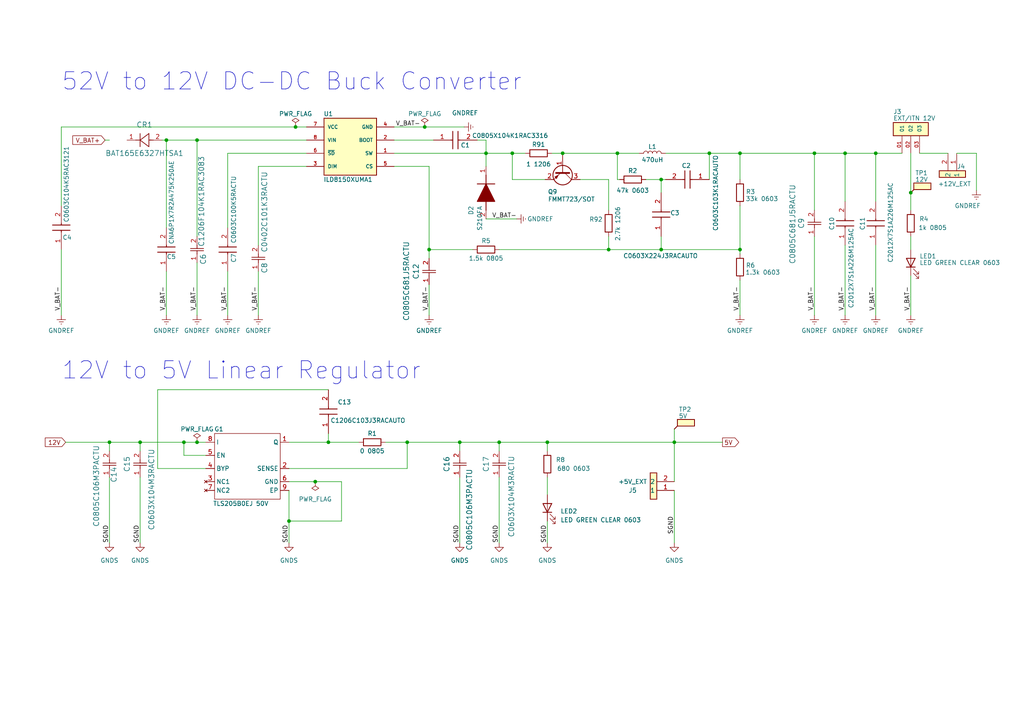
<source format=kicad_sch>
(kicad_sch (version 20231120) (generator "eeschema") (generator_version "8.0")
  (paper "A4")
  (lib_symbols
    (symbol "1725656:1725656"
      (property "Reference" "J5" (at -10.16 8.89 0))
      (property "Value" "+5V_EXT" (at -10.16 6.35 0))
      (symbol "1725656_1_1"
        (pin passive line (at 0 0 0) (length 5.08) (name "1") (number "1"))
        (pin passive line (at 0 -2.54 0) (length 5.08) (name "2") (number "2"))
      )
    )
    (symbol "1725656_1"
      (property "Reference" "J4" (at -10.16 8.89 0))
      (property "Value" "+12V_EXT" (at -10.16 6.35 0))
      (symbol "1725656_1_1_1"
        (pin passive line (at 0 0 0) (length 5.08) (name "1") (number "1"))
        (pin passive line (at 0 -2.54 0) (length 5.08) (name "2") (number "2"))
      )
    )
    (symbol "BAT165E6327HTSA1:BAT165E6327HTSA1" (pin_names (offset 0.254))
      (property "Reference" "CR" (at 5.08 4.445 0))
      (property "Value" "BAT165E6327HTSA1" (at 5.08 -3.81 0))
      (symbol "BAT165E6327HTSA1_1_1"
        (pin unspecified line (at 10.16 0 180) (length 2.54) (name "") (number "1"))
        (pin unspecified line (at 0 0 0) (length 2.54) (name "") (number "2"))
      )
      (symbol "BAT165E6327HTSA1_1_2"
        (pin unspecified line (at 0 10.16 270) (length 2.54) (name "") (number "1"))
        (pin unspecified line (at 0 0 90) (length 2.54) (name "") (number "2"))
      )
    )
    (symbol "C0603C100K5RACTU:C0603C100K5RACTU" (pin_names hide)
      (property "Reference" "C" (at 8.89 6.35 0))
      (property "Value" "C0603C100K5RACTU" (at 8.89 3.81 0))
      (symbol "C0603C100K5RACTU_1_1"
        (pin passive line (at 0 0 0) (length 5.08) (name "1") (number "1"))
        (pin passive line (at 12.7 0 180) (length 5.08) (name "2") (number "2"))
      )
    )
    (symbol "C0603C101K3RACAUTO:C0402C101K3RACTU" (pin_names (offset 0.254))
      (property "Reference" "C" (at 3.81 3.81 0))
      (property "Value" "C0402C101K3RACTU" (at 3.81 -3.81 0))
      (symbol "C0402C101K3RACTU_1_1"
        (pin unspecified line (at 0 0 0) (length 2.54) (name "") (number "1"))
        (pin unspecified line (at 7.62 0 180) (length 2.54) (name "") (number "2"))
      )
      (symbol "C0402C101K3RACTU_1_2"
        (pin unspecified line (at 0 0 270) (length 2.54) (name "") (number "1"))
        (pin unspecified line (at 0 -7.62 90) (length 2.54) (name "") (number "2"))
      )
    )
    (symbol "C0603C103K1RACAUTO:C0603C103K1RACAUTO" (pin_names hide)
      (property "Reference" "C" (at 8.89 6.35 0))
      (property "Value" "C0603C103K1RACAUTO" (at 8.89 3.81 0))
      (symbol "C0603C103K1RACAUTO_1_1"
        (pin passive line (at 0 0 0) (length 5.08) (name "1") (number "1"))
        (pin passive line (at 12.7 0 180) (length 5.08) (name "2") (number "2"))
      )
    )
    (symbol "C0603C104K5RAC3121:C0603C104K5RAC3121" (pin_names hide)
      (property "Reference" "C" (at 8.89 6.35 0))
      (property "Value" "C0603C104K5RAC3121" (at 8.89 3.81 0))
      (symbol "C0603C104K5RAC3121_1_1"
        (pin passive line (at 0 0 0) (length 5.08) (name "1") (number "1"))
        (pin passive line (at 12.7 0 180) (length 5.08) (name "2") (number "2"))
      )
    )
    (symbol "C0603X224J3RACAUTO:C0603X224J3RACAUTO" (pin_names hide)
      (property "Reference" "C" (at 8.89 6.35 0))
      (property "Value" "C0603X224J3RACAUTO" (at 8.89 3.81 0))
      (symbol "C0603X224J3RACAUTO_1_1"
        (pin passive line (at 0 0 0) (length 5.08) (name "1") (number "1"))
        (pin passive line (at 12.7 0 180) (length 5.08) (name "2") (number "2"))
      )
    )
    (symbol "C0805C106M3PAUTO:C0805C106M3PACTU" (pin_names (offset 0.254))
      (property "Reference" "C" (at 3.81 3.81 0))
      (property "Value" "C0805C106M3PACTU" (at 3.81 -3.81 0))
      (symbol "C0805C106M3PACTU_1_1"
        (pin unspecified line (at 0 0 0) (length 2.54) (name "") (number "1"))
        (pin unspecified line (at 7.62 0 180) (length 2.54) (name "") (number "2"))
      )
      (symbol "C0805C106M3PACTU_1_2"
        (pin unspecified line (at 0 0 270) (length 2.54) (name "") (number "1"))
        (pin unspecified line (at 0 -7.62 90) (length 2.54) (name "") (number "2"))
      )
    )
    (symbol "C0805X104K1RAC3316:C0805X104K1RAC3316" (pin_names hide)
      (property "Reference" "C" (at 8.89 6.35 0))
      (property "Value" "C0805X104K1RAC3316" (at 8.89 3.81 0))
      (symbol "C0805X104K1RAC3316_1_1"
        (pin passive line (at 0 0 0) (length 5.08) (name "1") (number "1"))
        (pin passive line (at 12.7 0 180) (length 5.08) (name "2") (number "2"))
      )
    )
    (symbol "C0805X475K3RAC7800:C0805C681J5RACTU" (pin_names (offset 0.254))
      (property "Reference" "C" (at 3.81 3.81 0))
      (property "Value" "C0805C681J5RACTU" (at 3.81 -3.81 0))
      (symbol "C0805C681J5RACTU_1_1"
        (pin unspecified line (at 0 0 0) (length 2.54) (name "") (number "1"))
        (pin unspecified line (at 7.62 0 180) (length 2.54) (name "") (number "2"))
      )
      (symbol "C0805C681J5RACTU_1_2"
        (pin unspecified line (at 0 0 270) (length 2.54) (name "") (number "1"))
        (pin unspecified line (at 0 -7.62 90) (length 2.54) (name "") (number "2"))
      )
    )
    (symbol "C1206C103J3RACAUTO:C1206C103J3RACAUTO" (pin_names hide)
      (property "Reference" "C" (at 8.89 6.35 0))
      (property "Value" "C1206C103J3RACAUTO" (at 8.89 3.81 0))
      (symbol "C1206C103J3RACAUTO_1_1"
        (pin passive line (at 0 0 0) (length 5.08) (name "1") (number "1"))
        (pin passive line (at 12.7 0 180) (length 5.08) (name "2") (number "2"))
      )
    )
    (symbol "C1206F104K1RAC3083:C1206F104K1RAC3083" (pin_names (offset 0.254))
      (property "Reference" "C" (at 3.81 3.81 0))
      (property "Value" "C1206F104K1RAC3083" (at 3.81 -3.81 0))
      (symbol "C1206F104K1RAC3083_1_1"
        (pin unspecified line (at 0 0 0) (length 2.54) (name "") (number "1"))
        (pin unspecified line (at 7.62 0 180) (length 2.54) (name "") (number "2"))
      )
      (symbol "C1206F104K1RAC3083_1_2"
        (pin unspecified line (at 0 0 270) (length 2.54) (name "") (number "1"))
        (pin unspecified line (at 0 -7.62 90) (length 2.54) (name "") (number "2"))
      )
    )
    (symbol "C2012X7S1A226M125AC:C2012X7S1A226M125AC" (pin_names hide)
      (property "Reference" "C" (at 8.89 6.35 0))
      (property "Value" "C2012X7S1A226M125AC" (at 8.89 3.81 0))
      (symbol "C2012X7S1A226M125AC_1_1"
        (pin passive line (at 0 0 0) (length 5.08) (name "1") (number "1"))
        (pin passive line (at 12.7 0 180) (length 5.08) (name "2") (number "2"))
      )
    )
    (symbol "C37:C0603X104M3RACTU" (pin_names (offset 0.254))
      (property "Reference" "C" (at 3.81 3.81 0))
      (property "Value" "C0603X104M3RACTU" (at 3.81 -3.81 0))
      (symbol "C0603X104M3RACTU_1_1"
        (pin unspecified line (at 0 0 0) (length 2.54) (name "") (number "1"))
        (pin unspecified line (at 7.62 0 180) (length 2.54) (name "") (number "2"))
      )
      (symbol "C0603X104M3RACTU_1_2"
        (pin unspecified line (at 0 0 270) (length 2.54) (name "") (number "1"))
        (pin unspecified line (at 0 -7.62 90) (length 2.54) (name "") (number "2"))
      )
    )
    (symbol "CNA6P1X7R2A475K250AE:CNA6P1X7R2A475K250AE" (pin_names hide)
      (property "Reference" "C" (at 8.89 6.35 0))
      (property "Value" "CNA6P1X7R2A475K250AE" (at 8.89 3.81 0))
      (symbol "CNA6P1X7R2A475K250AE_1_1"
        (pin passive line (at 0 0 0) (length 5.08) (name "1") (number "1"))
        (pin passive line (at 12.7 0 180) (length 5.08) (name "2") (number "2"))
      )
    )
    (symbol "Connector:TestPoint_Flag" (pin_numbers hide) (pin_names (offset 0.762) hide)
      (property "Reference" "TP" (at 3.429 1.778 0))
      (property "Value" "TestPoint_Flag" (at 3.302 4.191 0))
      (symbol "TestPoint_Flag_1_1"
        (pin passive line (at 0 0 90) (length 0) (name "1") (number "1"))
      )
    )
    (symbol "Device:L" (pin_numbers hide) (pin_names (offset 1.016) hide)
      (property "Reference" "L" (at -1.27 0 90))
      (property "Value" "L" (at 1.905 0 90))
      (symbol "L_1_1"
        (pin passive line (at 0 3.81 270) (length 1.27) (name "1") (number "1"))
        (pin passive line (at 0 -3.81 90) (length 1.27) (name "2") (number "2"))
      )
    )
    (symbol "Device:LED" (pin_numbers hide) (pin_names (offset 1.016) hide)
      (property "Reference" "D" (at 0 2.54 0))
      (property "Value" "LED" (at 0 -2.54 0))
      (symbol "LED_1_1"
        (pin passive line (at -3.81 0 0) (length 2.54) (name "K") (number "1"))
        (pin passive line (at 3.81 0 180) (length 2.54) (name "A") (number "2"))
      )
    )
    (symbol "Device:R" (pin_numbers hide) (pin_names (offset 0))
      (property "Reference" "R" (at 2.032 0 90))
      (property "Value" "R" (at 0 0 90))
      (symbol "R_1_1"
        (pin passive line (at 0 3.81 270) (length 1.27) (name "~") (number "1"))
        (pin passive line (at 0 -3.81 90) (length 1.27) (name "~") (number "2"))
      )
    )
    (symbol "ILD8150:ILD8150XUMA1" (pin_names (offset 1.016))
      (property "Reference" "U1" (at -6.35 8.89 0))
      (property "Value" "ILD8150XUMA1" (at -0.635 -10.16 0))
      (symbol "ILD8150XUMA1_0_0"
        (pin output line (at 12.7 -2.54 180) (length 5.08) (name "SW") (number "1"))
        (pin input line (at 12.7 1.27 180) (length 5.08) (name "BOOT") (number "2"))
        (pin input line (at -12.7 -6.35 0) (length 5.08) (name "DIM") (number "3"))
        (pin power_in line (at 12.7 5.08 180) (length 5.08) (name "GND") (number "4"))
        (pin input line (at 12.7 -6.35 180) (length 5.08) (name "CS") (number "5"))
        (pin input line (at -12.7 -2.54 0) (length 5.08) (name "~{SD}") (number "6"))
        (pin power_in line (at -12.7 5.08 0) (length 5.08) (name "VCC") (number "7"))
        (pin input line (at -12.7 1.27 0) (length 5.08) (name "VIN") (number "8"))
      )
    )
    (symbol "S210FA:S210FA" (pin_names hide)
      (property "Reference" "D" (at 11.43 5.08 0))
      (property "Value" "S210FA" (at 11.43 2.54 0))
      (symbol "S210FA_1_1"
        (pin passive line (at 0 0 0) (length 2.54) (name "K") (number "1"))
        (pin passive line (at 15.24 0 180) (length 2.54) (name "A") (number "2"))
      )
    )
    (symbol "TLS205B0EJ V50:TLS205B0EJ_V50"
      (property "Reference" "U2" (at -0.635 13.97 0))
      (property "Value" "TLS205B0EJ 50V" (at -0.635 11.43 0))
      (symbol "TLS205B0EJ_V50_1_1"
        (pin power_out line (at 11.43 7.62 180) (length 2.54) (name "Q") (number "1"))
        (pin input line (at 11.43 0 180) (length 2.54) (name "SENSE") (number "2"))
        (pin no_connect line (at -12.7 -3.81 0) (length 2.54) (name "NC1") (number "3"))
        (pin input line (at -12.7 0 0) (length 2.54) (name "BYP") (number "4"))
        (pin input line (at -12.7 3.81 0) (length 2.54) (name "EN") (number "5"))
        (pin power_in line (at 11.43 -3.81 180) (length 2.54) (name "GND") (number "6"))
        (pin no_connect line (at -12.7 -6.35 0) (length 2.54) (name "NC2") (number "7"))
        (pin power_in line (at -12.7 7.62 0) (length 2.54) (name "I") (number "8"))
        (pin power_in line (at 11.43 -6.35 180) (length 2.54) (name "EP") (number "9"))
      )
    )
    (symbol "TSW-103-08-L-S:TSW-103-08-L-S" (pin_names (offset 1.016))
      (property "Reference" "J?" (at 9.525 0.635 0))
      (property "Value" "TSW-103-08-L-S" (at 9.525 -1.905 0))
      (symbol "TSW-103-08-L-S_0_0"
        (pin passive line (at -12.7 2.54 0) (length 5.08) (name "01") (number "01"))
        (pin passive line (at -12.7 0 0) (length 5.08) (name "02") (number "02"))
        (pin passive line (at -12.7 -2.54 0) (length 5.08) (name "03") (number "03"))
      )
    )
    (symbol "Transistor_BJT:BC858" (pin_names (offset 0) hide)
      (property "Reference" "Q" (at 5.08 1.905 0))
      (property "Value" "BC858" (at 5.08 0 0))
      (symbol "BC858_1_1"
        (pin input line (at -5.08 0 0) (length 5.715) (name "B") (number "1"))
        (pin passive line (at 2.54 -5.08 90) (length 2.54) (name "E") (number "2"))
        (pin passive line (at 2.54 5.08 270) (length 2.54) (name "C") (number "3"))
      )
    )
    (symbol "power:GNDREF" (power) (pin_names (offset 0))
      (property "Value" "GNDREF" (at 0 -3.81 0))
      (symbol "GNDREF_1_1"
        (pin power_in line (at 0 0 270) (length 0) hide (name "GNDREF") (number "1"))
      )
    )
    (symbol "power:GNDS" (power) (pin_names (offset 0))
      (property "Value" "GNDS" (at 0 -3.81 0))
      (symbol "GNDS_1_1"
        (pin power_in line (at 0 0 270) (length 0) hide (name "GNDS") (number "1"))
      )
    )
    (symbol "power:PWR_FLAG" (power) (pin_numbers hide) (pin_names (offset 0) hide)
      (property "Value" "PWR_FLAG" (at 0 3.81 0))
      (symbol "PWR_FLAG_0_0"
        (pin power_out line (at 0 0 90) (length 0) (name "pwr") (number "1"))
      )
    )
  )
  (junction (at 264.16 55.88))
  (junction (at 31.75 128.27))
  (junction (at 118.11 128.27))
  (junction (at 48.26 40.64))
  (junction (at 133.35 128.27))
  (junction (at 214.63 72.39))
  (junction (at 85.725 36.83))
  (junction (at 148.59 44.45))
  (junction (at 57.15 128.27))
  (junction (at 236.22 44.45))
  (junction (at 195.58 128.27))
  (junction (at 205.74 44.45))
  (junction (at 144.78 128.27))
  (junction (at 176.53 72.39))
  (junction (at 83.82 151.13))
  (junction (at 53.34 128.27))
  (junction (at 214.63 44.45))
  (junction (at 40.64 128.27))
  (junction (at 123.19 36.83))
  (junction (at 179.07 44.45))
  (junction (at 163.195 44.45))
  (junction (at 254 44.45))
  (junction (at 140.97 44.45))
  (junction (at 95.25 128.27))
  (junction (at 91.44 139.7))
  (junction (at 191.77 52.07))
  (junction (at 245.11 44.45))
  (junction (at 124.46 72.39))
  (junction (at 158.75 128.27))
  (junction (at 57.15 40.64))
  (junction (at 191.77 72.39))
  (wire (pts (xy 236.22 44.45) (xy 245.11 44.45)))
  (wire (pts (xy 254 44.45) (xy 261.62 44.45)))
  (wire (pts (xy 57.15 40.64) (xy 57.15 68.58)))
  (wire (pts (xy 158.75 130.81) (xy 158.75 128.27)))
  (wire (pts (xy 176.53 52.07) (xy 176.53 60.96)))
  (wire (pts (xy 91.44 139.7) (xy 99.06 139.7)))
  (wire (pts (xy 264.16 44.45) (xy 264.16 55.88)))
  (wire (pts (xy 48.26 78.74) (xy 48.26 91.44)))
  (wire (pts (xy 31.75 128.27) (xy 31.75 130.81)))
  (wire (pts (xy 74.93 78.74) (xy 74.93 91.44)))
  (wire (pts (xy 123.19 36.83) (xy 134.62 36.83)))
  (wire (pts (xy 124.46 82.55) (xy 124.46 91.44)))
  (wire (pts (xy 236.22 60.96) (xy 236.22 44.45)))
  (wire (pts (xy 48.26 40.64) (xy 48.26 66.04)))
  (wire (pts (xy 160.02 44.45) (xy 163.195 44.45)))
  (wire (pts (xy 144.78 128.27) (xy 158.75 128.27)))
  (wire (pts (xy 158.75 151.13) (xy 158.75 157.48)))
  (wire (pts (xy 133.35 128.27) (xy 144.78 128.27)))
  (wire (pts (xy 66.04 44.45) (xy 88.9 44.45)))
  (wire (pts (xy 195.58 142.24) (xy 195.58 157.48)))
  (wire (pts (xy 179.07 52.07) (xy 179.07 44.45)))
  (wire (pts (xy 187.325 52.07) (xy 191.77 52.07)))
  (wire (pts (xy 163.195 44.45) (xy 179.07 44.45)))
  (wire (pts (xy 40.64 128.27) (xy 53.34 128.27)))
  (wire (pts (xy 264.16 68.58) (xy 264.16 72.39)))
  (wire (pts (xy 205.74 44.45) (xy 214.63 44.45)))
  (wire (pts (xy 17.78 36.83) (xy 85.725 36.83)))
  (wire (pts (xy 40.64 138.43) (xy 40.64 157.48)))
  (wire (pts (xy 83.82 139.7) (xy 91.44 139.7)))
  (wire (pts (xy 254 44.45) (xy 254 58.42)))
  (wire (pts (xy 214.63 59.69) (xy 214.63 72.39)))
  (wire (pts (xy 31.75 138.43) (xy 31.75 157.48)))
  (wire (pts (xy 138.43 40.64) (xy 140.97 40.64)))
  (wire (pts (xy 17.78 72.39) (xy 17.78 91.44)))
  (wire (pts (xy 133.35 138.43) (xy 133.35 157.48)))
  (wire (pts (xy 118.11 128.27) (xy 118.11 135.89)))
  (wire (pts (xy 95.25 125.73) (xy 95.25 128.27)))
  (wire (pts (xy 191.77 72.39) (xy 214.63 72.39)))
  (wire (pts (xy 140.97 40.64) (xy 140.97 44.45)))
  (wire (pts (xy 53.34 132.08) (xy 53.34 128.27)))
  (wire (pts (xy 19.05 128.27) (xy 31.75 128.27)))
  (wire (pts (xy 57.15 76.2) (xy 57.15 91.44)))
  (wire (pts (xy 66.04 78.74) (xy 66.04 91.44)))
  (wire (pts (xy 264.16 55.88) (xy 264.16 60.96)))
  (wire (pts (xy 124.46 72.39) (xy 124.46 74.93)))
  (wire (pts (xy 168.275 52.07) (xy 176.53 52.07)))
  (wire (pts (xy 205.74 44.45) (xy 205.74 52.07)))
  (wire (pts (xy 277.495 44.45) (xy 283.21 44.45)))
  (wire (pts (xy 283.21 55.245) (xy 283.21 44.45)))
  (wire (pts (xy 158.115 52.07) (xy 148.59 52.07)))
  (wire (pts (xy 118.11 135.89) (xy 83.82 135.89)))
  (wire (pts (xy 59.69 132.08) (xy 53.34 132.08)))
  (wire (pts (xy 57.15 128.27) (xy 59.69 128.27)))
  (wire (pts (xy 158.75 128.27) (xy 195.58 128.27)))
  (wire (pts (xy 133.35 130.81) (xy 133.35 128.27)))
  (wire (pts (xy 254 71.12) (xy 254 91.44)))
  (wire (pts (xy 191.77 52.07) (xy 193.04 52.07)))
  (wire (pts (xy 176.53 68.58) (xy 176.53 72.39)))
  (wire (pts (xy 245.11 44.45) (xy 254 44.45)))
  (wire (pts (xy 214.63 81.28) (xy 214.63 91.44)))
  (wire (pts (xy 179.07 44.45) (xy 185.42 44.45)))
  (wire (pts (xy 114.3 40.64) (xy 125.73 40.64)))
  (wire (pts (xy 214.63 52.07) (xy 214.63 44.45)))
  (wire (pts (xy 45.72 113.03) (xy 45.72 135.89)))
  (wire (pts (xy 74.93 71.12) (xy 74.93 48.26)))
  (wire (pts (xy 266.7 44.45) (xy 274.955 44.45)))
  (wire (pts (xy 236.22 68.58) (xy 236.22 91.44)))
  (wire (pts (xy 148.59 44.45) (xy 152.4 44.45)))
  (wire (pts (xy 144.78 128.27) (xy 144.78 130.81)))
  (wire (pts (xy 99.06 151.13) (xy 83.82 151.13)))
  (wire (pts (xy 83.82 151.13) (xy 83.82 142.24)))
  (wire (pts (xy 31.75 128.27) (xy 40.64 128.27)))
  (wire (pts (xy 30.48 40.64) (xy 31.75 40.64)))
  (wire (pts (xy 17.78 59.69) (xy 17.78 36.83)))
  (wire (pts (xy 195.58 124.46) (xy 195.58 128.27)))
  (wire (pts (xy 74.93 48.26) (xy 88.9 48.26)))
  (wire (pts (xy 140.97 63.5) (xy 149.86 63.5)))
  (wire (pts (xy 124.46 72.39) (xy 137.16 72.39)))
  (wire (pts (xy 176.53 72.39) (xy 191.77 72.39)))
  (wire (pts (xy 245.11 71.12) (xy 245.11 91.44)))
  (wire (pts (xy 191.77 52.07) (xy 191.77 55.88)))
  (wire (pts (xy 133.35 128.27) (xy 118.11 128.27)))
  (wire (pts (xy 124.46 48.26) (xy 124.46 72.39)))
  (wire (pts (xy 99.06 139.7) (xy 99.06 151.13)))
  (wire (pts (xy 195.58 128.27) (xy 209.55 128.27)))
  (wire (pts (xy 114.3 44.45) (xy 140.97 44.45)))
  (wire (pts (xy 85.725 36.83) (xy 88.9 36.83)))
  (wire (pts (xy 66.04 66.04) (xy 66.04 44.45)))
  (wire (pts (xy 144.78 138.43) (xy 144.78 157.48)))
  (wire (pts (xy 140.97 48.26) (xy 140.97 44.45)))
  (wire (pts (xy 214.63 73.66) (xy 214.63 72.39)))
  (wire (pts (xy 148.59 52.07) (xy 148.59 44.45)))
  (wire (pts (xy 88.9 40.64) (xy 57.15 40.64)))
  (wire (pts (xy 95.25 128.27) (xy 104.14 128.27)))
  (wire (pts (xy 95.25 113.03) (xy 45.72 113.03)))
  (wire (pts (xy 48.26 40.64) (xy 57.15 40.64)))
  (wire (pts (xy 264.16 80.01) (xy 264.16 91.44)))
  (wire (pts (xy 176.53 72.39) (xy 144.78 72.39)))
  (wire (pts (xy 214.63 44.45) (xy 236.22 44.45)))
  (wire (pts (xy 193.04 44.45) (xy 205.74 44.45)))
  (wire (pts (xy 114.3 36.83) (xy 123.19 36.83)))
  (wire (pts (xy 195.58 128.27) (xy 195.58 139.7)))
  (wire (pts (xy 53.34 128.27) (xy 57.15 128.27)))
  (wire (pts (xy 83.82 128.27) (xy 95.25 128.27)))
  (wire (pts (xy 46.99 40.64) (xy 48.26 40.64)))
  (wire (pts (xy 140.97 44.45) (xy 148.59 44.45)))
  (wire (pts (xy 45.72 135.89) (xy 59.69 135.89)))
  (wire (pts (xy 83.82 151.13) (xy 83.82 157.48)))
  (wire (pts (xy 245.11 44.45) (xy 245.11 58.42)))
  (wire (pts (xy 191.77 68.58) (xy 191.77 72.39)))
  (wire (pts (xy 40.64 128.27) (xy 40.64 130.81)))
  (wire (pts (xy 158.75 138.43) (xy 158.75 143.51)))
  (wire (pts (xy 179.705 52.07) (xy 179.07 52.07)))
  (wire (pts (xy 124.46 48.26) (xy 114.3 48.26)))
  (wire (pts (xy 118.11 128.27) (xy 111.76 128.27)))
  (text "52V to 12V DC-DC Buck Converter" (at 17.78 26.67 0) (effects (font (size 5 5)) (justify left bottom)))
  (text "12V to 5V Linear Regulator" (at 17.78 110.49 0) (effects (font (size 5 5)) (justify left bottom)))
  (label "SGND" (at 40.64 157.48 90))
  (label "V_BAT-" (at 74.93 90.17 90))
  (label "SGND" (at 158.75 157.48 90))
  (label "V_BAT-" (at 48.26 90.17 90))
  (label "V_BAT-" (at 149.86 63.5 180))
  (label "V_BAT-" (at 254 90.17 90))
  (label "SGND" (at 83.82 157.48 90))
  (label "SGND" (at 144.78 157.48 90))
  (label "V_BAT-" (at 121.92 36.83 180))
  (label "V_BAT-" (at 124.46 90.17 90))
  (label "SGND" (at 31.75 157.48 90))
  (label "V_BAT-" (at 236.22 90.17 90))
  (label "V_BAT-" (at 57.15 90.17 90))
  (label "V_BAT-" (at 245.11 90.17 90))
  (label "SGND" (at 133.35 157.48 90))
  (label "V_BAT-" (at 66.04 90.17 90))
  (label "SGND" (at 195.58 154.94 90))
  (label "V_BAT-" (at 264.16 90.17 90))
  (label "V_BAT-" (at 214.63 90.17 90))
  (label "V_BAT-" (at 17.78 90.17 90))
  (global_label "V_BAT+" (shape input) (at 30.48 40.64 180) (property "Intersheetrefs" "${INTERSHEET_REFS}" (effects (hide yes))))
  (global_label "12V" (shape input) (at 19.05 128.27 180) (property "Intersheetrefs" "${INTERSHEET_REFS}" (effects (hide yes))))
  (global_label "5V" (shape output) (at 209.55 128.27 0) (property "Intersheetrefs" "${INTERSHEET_REFS}" (effects (hide yes))))
  (symbol (lib_id "power:PWR_FLAG") (at 85.725 36.83 0) (unit 1)
    (property "Reference" "#FLG07" (effects (hide yes)))
    (property "Value" "PWR_FLAG" (at 85.725 33.02 0))
  )
  (symbol (lib_id "power:GNDS") (at 31.75 157.48 0) (unit 1)
    (property "Reference" "#PWR023" (effects (hide yes)))
    (property "Value" "GNDS" (at 31.75 162.56 0))
  )
  (symbol (lib_id "power:GNDS") (at 83.82 157.48 0) (unit 1)
    (property "Reference" "#PWR029" (effects (hide yes)))
    (property "Value" "GNDS" (at 83.82 162.56 0))
  )
  (symbol (lib_id "power:GNDREF") (at 149.86 63.5 90) (unit 1)
    (property "Reference" "#PWR032" (effects (hide yes)))
    (property "Value" "GNDREF" (at 156.718 63.5 90))
  )
  (symbol (lib_id "C2012X7S1A226M125AC:C2012X7S1A226M125AC") (at 254 71.12 90) (unit 1)
    (property "Reference" "C11" (at 249.428 66.802 0) (effects (justify left top)))
    (property "Value" "C2012X7S1A226M125AC" (at 257.556 76.2 0) (effects (justify left top)))
    (property "Footprint" "just-footprints:CAPC2012X145N" (effects (hide yes)))
    (property "Datasheet" "https://product.tdk.com/info/en/catalog/datasheets/mlcc_commercial_midvoltage_en.pdf" (effects (hide yes)))
    (property "Description" "TDK 0805 C 22uF Ceramic Multilayer Capacitor, 10 V dc, +125C, X7S Dielectric, +/-20%" (effects (hide yes)))
    (property "Height" "1.45" (effects (hide yes)))
    (property "Manufacturer_Name" "TDK" (effects (hide yes)))
    (property "Manufacturer_Part_Number" "C2012X7S1A226M125AC" (effects (hide yes)))
  )
  (symbol (lib_id "power:PWR_FLAG") (at 123.19 36.83 0) (unit 1)
    (property "Reference" "#FLG08" (effects (hide yes)))
    (property "Value" "PWR_FLAG" (at 123.19 33.02 0))
  )
  (symbol (lib_id "C0805C106M3PAUTO:C0805C106M3PACTU") (at 133.35 138.43 90) (unit 1)
    (property "Reference" "C16" (at 129.54 134.62 0) (effects (font (size 1.524 1.524))))
    (property "Value" "C0805C106M3PACTU" (at 136.144 147.828 0) (effects (font (size 1.524 1.524))))
    (property "Footprint" "just-footprints:CAPC220145_145N_KEM" (effects (hide yes)))
    (property "Datasheet" "C0805C106M3PACTU" (effects (hide yes)))
  )
  (symbol (lib_id "C0805X475K3RAC7800:C0805C681J5RACTU") (at 236.22 68.58 90) (unit 1)
    (property "Reference" "C9" (at 232.41 64.77 0) (effects (font (size 1.524 1.524))))
    (property "Value" "C0805C681J5RACTU" (at 229.87 65.024 0) (effects (font (size 1.524 1.524))))
    (property "Footprint" "just-footprints:CAPC220145_88N_KEM" (effects (hide yes)))
    (property "Datasheet" "C0805C681J5RACTU" (effects (hide yes)))
    (property "Description" "Unpolarized capacitor" (effects (hide yes)))
  )
  (symbol (lib_id "power:GNDS") (at 144.78 157.48 0) (unit 1)
    (property "Reference" "#PWR034" (effects (hide yes)))
    (property "Value" "GNDS" (at 144.78 162.56 0))
  )
  (symbol (lib_id "power:GNDREF") (at 66.04 91.44 0) (unit 1)
    (property "Reference" "#PWR027" (effects (hide yes)))
    (property "Value" "GNDREF" (at 66.04 95.885 0))
  )
  (symbol (lib_id "C0603C101K3RACAUTO:C0402C101K3RACTU") (at 74.93 78.74 90) (unit 1)
    (property "Reference" "C8" (at 76.708 77.724 0) (effects (font (size 1.524 1.524))))
    (property "Value" "C0402C101K3RACTU" (at 76.708 61.468 0) (effects (font (size 1.524 1.524))))
    (property "Footprint" "just-footprints:CAPC10555_55N_KEM" (effects (hide yes)))
    (property "Datasheet" "C0402C101K3RACTU" (effects (hide yes)))
  )
  (symbol (lib_id "C0603C103K1RACAUTO:C0603C103K1RACAUTO") (at 205.74 52.07 180) (unit 1)
    (property "Reference" "C2" (at 200.406 48.768 0) (effects (justify left top)))
    (property "Value" "C0603C103K1RACAUTO" (at 208.28 44.958 90) (effects (justify left top)))
    (property "Footprint" "just-footprints:C0603" (effects (hide yes)))
    (property "Datasheet" "https://content.kemet.com/datasheets/KEM_C1023_X7R_AUTO_SMD.pdf" (effects (hide yes)))
    (property "Description" "SMD Auto X7R, Ceramic, 0.01 uF, 10%, 100 VDC, 250 VDC, 125C, -55C, X7R, SMD, MLCC, Temperature Stable, Automotive Grade, 2.5 % , 100 GOhms, 4.8 mg, 0603, 1.6mm, 0.8mm, 0.8mm, 0.7mm, 0.35mm, 4000, 78  Weeks, 80" (effects (hide yes)))
    (property "Height" "0.87" (effects (hide yes)))
    (property "Manufacturer_Name" "KEMET" (effects (hide yes)))
    (property "Manufacturer_Part_Number" "C0603C103K1RACAUTO" (effects (hide yes)))
    (property "Mouser Part Number" "80-C0603C103K1RAUTO" (effects (hide yes)))
    (property "Mouser Price/Stock" "https://www.mouser.co.uk/ProductDetail/KEMET/C0603C103K1RACAUTO?qs=7LShN427%2FM7nrLqxFpDKdg%3D%3D" (effects (hide yes)))
  )
  (symbol (lib_id "power:GNDS") (at 40.64 157.48 0) (unit 1)
    (property "Reference" "#PWR024" (effects (hide yes)))
    (property "Value" "GNDS" (at 40.64 162.56 0))
  )
  (symbol (lib_id "C0805X475K3RAC7800:C0805C681J5RACTU") (at 124.46 82.55 90) (unit 1)
    (property "Reference" "C12" (at 120.65 78.74 0) (effects (font (size 1.524 1.524))))
    (property "Value" "C0805C681J5RACTU" (at 117.856 81.534 0) (effects (font (size 1.524 1.524))))
    (property "Footprint" "just-footprints:CAPC220145_88N_KEM" (effects (hide yes)))
    (property "Datasheet" "C0805C681J5RACTU" (effects (hide yes)))
    (property "Description" "SMD Auto X7R, Ceramic, 0.01 uF, 5%, 25 VDC, 62.5 VDC, 125C, -55C, X7R, SMD, MLCC, Temperature Stable, Automotive Grade, 3.5 % , 100 GOhms, 17 mg, 1206, 3.2mm, 1.6mm, 0.78mm, 0.5mm, 4000, 78  Weeks, 80" (effects (hide yes)))
    (property "Mouser Part Number" "80-C1206C103J3RAUTO" (effects (hide yes)))
    (property "Mouser Price/Stock" "https://www.mouser.co.uk/ProductDetail/KEMET/C1206C103J3RACAUTO?qs=yQ9FZw9SO3w6nak1DaLFZQ%3D%3D" (effects (hide yes)))
    (property "Manufacturer_Name" "KEMET" (effects (hide yes)))
    (property "Manufacturer_Part_Number" "C1206C103J3RACAUTO" (effects (hide yes)))
  )
  (symbol (lib_id "C0805X104K1RAC3316:C0805X104K1RAC3316") (at 125.73 40.64 0) (unit 1)
    (property "Reference" "C1" (at 133.604 41.402 0) (effects (justify left top)))
    (property "Value" "C0805X104K1RAC3316" (at 136.906 38.608 0) (effects (justify left top)))
    (property "Footprint" "just-footprints:C0805" (effects (hide yes)))
    (property "Datasheet" "https://content.kemet.com/datasheets/KEM_X7R_FT_VW_AUDI.pdf" (effects (hide yes)))
    (property "Description" "SMD Auto X7R VW80808, Ceramic, 0.1 uF, 10%, 100 VDC, 250 VDC, 125C, -55C, X7R, SMD, MLCC, Automotive Grade, 2.5 % , 10 GOhms, 0805, 2mm, 1.25mm, 0.9mm, 0.75mm, 0.5mm, 4000, 152  Weeks, 80" (effects (hide yes)))
    (property "Height" "1.1" (effects (hide yes)))
    (property "Manufacturer_Name" "KEMET" (effects (hide yes)))
    (property "Manufacturer_Part_Number" "C0805X104K1RAC3316" (effects (hide yes)))
  )
  (symbol (lib_id "ILD8150:ILD8150XUMA1") (at 101.6 41.91 0) (unit 1)
    (property "Reference" "U1" (at 95.25 33.02 0))
    (property "Value" "ILD8150XUMA1" (at 100.965 52.07 0))
    (property "Footprint" "ILD8150XUMA1:SOIC127P600X175-8N" (effects (hide yes)))
    (property "Description" "LED Driver IC 1 Output DC DC Regulator Step-Down (Buck) PWM Dimming 1.5A PG-DSO-8" (effects (hide yes)))
    (property "E2_MAX" "0.0" (effects (hide yes)))
    (property "B_NOM" "0.43" (effects (hide yes)))
    (property "D_MAX" "4.9" (effects (hide yes)))
    (property "E1_NOM" "3.9" (effects (hide yes)))
    (property "E1_MIN" "3.9" (effects (hide yes)))
    (property "B_MAX" "0.51" (effects (hide yes)))
    (property "Price" "None" (effects (hide yes)))
    (property "D2_MAX" "0.0" (effects (hide yes)))
    (property "ENOM" "1.27" (effects (hide yes)))
    (property "D_NOM" "4.9" (effects (hide yes)))
    (property "L_MAX" "0.89" (effects (hide yes)))
    (property "A_MAX" "1.75" (effects (hide yes)))
    (property "Package" "DSO-8 Infineon Technologies" (effects (hide yes)))
    (property "A_NOM" "1.75" (effects (hide yes)))
    (property "Check_prices" "https://www.snapeda.com/parts/ILD8150XUMA1/Infineon+Technologies/view-part/?ref=eda" (effects (hide yes)))
    (property "A_MIN" "1.75" (effects (hide yes)))
    (property "STANDARD" "IPC 7351B" (effects (hide yes)))
    (property "PARTREV" "1.1" (effects (hide yes)))
    (property "SnapEDA_Link" "https://www.snapeda.com/parts/ILD8150XUMA1/Infineon+Technologies/view-part/?ref=snap" (effects (hide yes)))
    (property "E_NOM" "6.0" (effects (hide yes)))
    (property "B_MIN" "0.35" (effects (hide yes)))
    (property "PIN_COUNT" "8.0" (effects (hide yes)))
    (property "L_NOM" "0.64" (effects (hide yes)))
    (property "MANUFACTURER" "Infineon" (effects (hide yes)))
    (property "MF" "Infineon Technologies" (effects (hide yes)))
    (property "Purchase-URL" "https://www.snapeda.com/api/url_track_click_mouser/?unipart_id=4551246&manufacturer=Infineon Technologies&part_name=ILD8150XUMA1&search_term=ild8150" (effects (hide yes)))
    (property "A1_MIN" "0.1" (effects (hide yes)))
    (property "E1_MAX" "3.9" (effects (hide yes)))
    (property "E_MIN" "5.8" (effects (hide yes)))
    (property "D_MIN" "4.9" (effects (hide yes)))
    (property "MP" "ILD8150XUMA1" (effects (hide yes)))
    (property "L_MIN" "0.39" (effects (hide yes)))
    (property "Availability" "In Stock" (effects (hide yes)))
    (property "E_MAX" "6.2" (effects (hide yes)))
  )
  (symbol (lib_id "C37:C0603X104M3RACTU") (at 40.64 138.43 90) (unit 1)
    (property "Reference" "C15" (at 36.83 134.62 0) (effects (font (size 1.524 1.524))))
    (property "Value" "C0603X104M3RACTU" (at 43.942 141.986 0) (effects (font (size 1.524 1.524))))
    (property "Footprint" "just-footprints:CAPC17795_95N_KEM" (effects (hide yes)))
    (property "Datasheet" "C0603X104M3RACTU" (effects (hide yes)))
  )
  (symbol (lib_id "CNA6P1X7R2A475K250AE:CNA6P1X7R2A475K250AE") (at 48.26 78.74 90) (unit 1)
    (property "Reference" "C5" (at 51.054 75.184 90) (effects (justify left top)))
    (property "Value" "CNA6P1X7R2A475K250AE" (at 49.022 70.866 0) (effects (justify left top)))
    (property "Footprint" "CAPC3225X280N" (effects (hide yes)))
    (property "Datasheet" "https://product.tdk.com/system/files/dam/doc/product/capacitor/ceramic/mlcc/catalog/mlcc_automotive_soft_cna_en.pdf" (effects (hide yes)))
    (property "Description" "Multilayer Ceramic Chip Capacitors, Capacitance=4.7uF, LxWxT:3.2x2.5x2.5mm" (effects (hide yes)))
    (property "Height" "2.8" (effects (hide yes)))
    (property "Mouser Part Number" "810-CNA6P1X7R2A475K2" (effects (hide yes)))
    (property "Mouser Price/Stock" "https://www.mouser.co.uk/ProductDetail/TDK/CNA6P1X7R2A475K250AE?qs=PqoDHHvF64%2FTB%2FjDY2tClw%3D%3D" (effects (hide yes)))
    (property "Manufacturer_Name" "TDK" (effects (hide yes)))
    (property "Manufacturer_Part_Number" "CNA6P1X7R2A475K250AE" (effects (hide yes)))
  )
  (symbol (lib_id "Device:R") (at 140.97 72.39 90) (unit 1)
    (property "Reference" "R5" (at 140.97 69.85 90))
    (property "Value" "1.5k 0805" (at 140.97 74.93 90))
  )
  (symbol (lib_id "Device:R") (at 264.16 64.77 180) (unit 1)
    (property "Reference" "R4" (at 267.97 63.5 0))
    (property "Value" "1k 0805" (at 270.51 66.04 0))
  )
  (symbol (lib_id "Device:R") (at 176.53 64.77 180) (unit 1)
    (property "Reference" "R92" (at 172.847 63.627 0))
    (property "Value" "2.7k 1206" (at 179.197 64.897 90))
  )
  (symbol (lib_id "Connector:TestPoint_Flag") (at 264.16 55.88 0) (unit 1)
    (property "Reference" "TP1" (at 265.43 50.165 0) (effects (justify left)))
    (property "Value" "12V" (at 265.43 52.07 0) (effects (justify left)))
  )
  (symbol (lib_id "power:GNDREF") (at 214.63 91.44 0) (unit 1)
    (property "Reference" "#PWR030" (effects (hide yes)))
    (property "Value" "GNDREF" (at 214.63 95.885 0))
  )
  (symbol (lib_id "Device:R") (at 107.95 128.27 90) (unit 1)
    (property "Reference" "R1" (at 107.95 125.73 90))
    (property "Value" "0 0805" (at 107.95 130.81 90))
  )
  (symbol (lib_id "Transistor_BJT:BC858") (at 163.195 49.53 270) (unit 1)
    (property "Reference" "Q9" (at 160.274 55.626 90))
    (property "Value" "FMMT723/SOT" (at 165.735 57.785 90))
    (property "Footprint" "Package_TO_SOT_SMD:SOT-23" (effects (hide yes)))
  )
  (symbol (lib_id "C0603C104K5RAC3121:C0603C104K5RAC3121") (at 17.78 72.39 90) (unit 1)
    (property "Reference" "C4" (at 20.828 69.596 90) (effects (justify left top)))
    (property "Value" "C0603C104K5RAC3121" (at 18.542 64.516 0) (effects (justify left top)))
    (property "Footprint" "just-footprints:CAPC1608X95N" (effects (hide yes)))
    (property "Datasheet" "https://www.arrow.com/en/products/c0603c104k5rac3121/kemet-corporation?region=nac" (effects (hide yes)))
    (property "Description" "Multilayer Ceramic Capacitors MLCC - SMD/SMT 50V .1uF X7R 0603 10% AEC-Q200" (effects (hide yes)))
    (property "Height" "0.95" (effects (hide yes)))
    (property "Arrow Part Number" "C0603C104K5RAC3121" (effects (hide yes)))
    (property "Arrow Price/Stock" "https://www.arrow.com/en/products/c0603c104k5rac3121/kemet-corporation?region=nac" (effects (hide yes)))
    (property "Manufacturer_Name" "KEMET" (effects (hide yes)))
    (property "Manufacturer_Part_Number" "C0603C104K5RAC3121" (effects (hide yes)))
  )
  (symbol (lib_id "power:PWR_FLAG") (at 57.15 128.27 0) (unit 1)
    (property "Reference" "#FLG09" (effects (hide yes)))
    (property "Value" "PWR_FLAG" (at 57.15 124.46 0))
  )
  (symbol (lib_id "power:GNDREF") (at 17.78 91.44 0) (unit 1)
    (property "Reference" "#PWR022" (effects (hide yes)))
    (property "Value" "GNDREF" (at 17.78 95.885 0))
  )
  (symbol (lib_id "power:GNDREF") (at 134.62 36.83 90) (unit 1)
    (property "Reference" "#PWR070" (effects (hide yes)))
    (property "Value" "GNDREF" (at 131.064 32.766 90) (effects (justify right)))
  )
  (symbol (lib_id "1725656:1725656") (at 195.58 142.24 180) (unit 1)
    (property "Reference" "J5" (at 183.515 142.24 0))
    (property "Value" "+5V_EXT" (at 183.515 139.7 0))
    (property "Footprint" "1725656" (effects (hide yes)))
    (property "Datasheet" "https://www.phoenixcontact.com/online/portal/us/?uri=pxc-oc-itemdetail:pid=1725656&library=usen&pcck=P-11-01-05&tab=1&selectedCategory=ALL" (effects (hide yes)))
    (property "Height" "8.65" (effects (hide yes)))
    (property "Manufacturer_Name" "Phoenix Contact" (effects (hide yes)))
    (property "Manufacturer_Part_Number" "1725656" (effects (hide yes)))
    (property "Mouser Part Number" "651-1725656" (effects (hide yes)))
    (property "Mouser Price/Stock" "https://www.mouser.co.uk/ProductDetail/Phoenix-Contact/1725656?qs=Ul7CXFMnlWWQeccayYbRmw%3D%3D" (effects (hide yes)))
    (property "Arrow Part Number" "1725656" (effects (hide yes)))
    (property "Arrow Price/Stock" "https://www.arrow.com/en/products/1725656/phoenix-contact?region=nac" (effects (hide yes)))
  )
  (symbol (lib_id "TLS205B0EJ V50:TLS205B0EJ_V50") (at 72.39 135.89 0) (unit 1)
    (property "Reference" "G1" (at 63.5 124.46 0))
    (property "Value" "TLS205B0EJ 50V" (at 69.85 146.05 0))
  )
  (symbol (lib_id "power:GNDREF") (at 264.16 91.44 0) (unit 1)
    (property "Reference" "#PWR040" (effects (hide yes)))
    (property "Value" "GNDREF" (at 264.16 95.885 0))
  )
  (symbol (lib_id "power:GNDREF") (at 74.93 91.44 0) (unit 1)
    (property "Reference" "#PWR028" (effects (hide yes)))
    (property "Value" "GNDREF" (at 74.93 95.885 0))
  )
  (symbol (lib_id "Device:L") (at 189.23 44.45 90) (unit 1)
    (property "Reference" "L1" (at 189.23 42.545 90))
    (property "Value" "470uH" (at 189.23 46.355 90))
  )
  (symbol (lib_id "Device:R") (at 183.515 52.07 90) (unit 1)
    (property "Reference" "R2" (at 183.515 49.53 90))
    (property "Value" "47k 0603" (at 183.515 55.245 90))
  )
  (symbol (lib_id "power:GNDREF") (at 48.26 91.44 0) (unit 1)
    (property "Reference" "#PWR025" (effects (hide yes)))
    (property "Value" "GNDREF" (at 48.26 95.885 0))
  )
  (symbol (lib_id "power:GNDS") (at 195.58 157.48 0) (unit 1)
    (property "Reference" "#PWR036" (effects (hide yes)))
    (property "Value" "GNDS" (at 195.58 162.56 0))
  )
  (symbol (lib_id "Device:R") (at 156.21 44.45 90) (unit 1)
    (property "Reference" "R91" (at 156.21 41.91 90))
    (property "Value" "1 1206" (at 156.21 47.625 90))
  )
  (symbol (lib_name "1725656_1") (lib_id "1725656:1725656") (at 277.495 44.45 270) (unit 1)
    (property "Reference" "J4" (at 278.765 48.26 90))
    (property "Value" "+12V_EXT" (at 276.86 53.34 90))
    (property "Footprint" "1725656" (effects (hide yes)))
    (property "Datasheet" "https://www.phoenixcontact.com/online/portal/us/?uri=pxc-oc-itemdetail:pid=1725656&library=usen&pcck=P-11-01-05&tab=1&selectedCategory=ALL" (effects (hide yes)))
    (property "Height" "8.65" (effects (hide yes)))
    (property "Manufacturer_Name" "Phoenix Contact" (effects (hide yes)))
    (property "Manufacturer_Part_Number" "1725656" (effects (hide yes)))
    (property "Mouser Part Number" "651-1725656" (effects (hide yes)))
    (property "Mouser Price/Stock" "https://www.mouser.co.uk/ProductDetail/Phoenix-Contact/1725656?qs=Ul7CXFMnlWWQeccayYbRmw%3D%3D" (effects (hide yes)))
    (property "Arrow Part Number" "1725656" (effects (hide yes)))
    (property "Arrow Price/Stock" "https://www.arrow.com/en/products/1725656/phoenix-contact?region=nac" (effects (hide yes)))
  )
  (symbol (lib_id "Device:LED") (at 158.75 147.32 90) (unit 1)
    (property "Reference" "LED2" (at 162.56 148.2725 90) (effects (justify right)))
    (property "Value" "LED GREEN CLEAR 0603" (at 162.56 150.8125 90) (effects (justify right)))
  )
  (symbol (lib_id "Device:R") (at 214.63 77.47 180) (unit 1)
    (property "Reference" "R6" (at 217.678 76.962 0))
    (property "Value" "1.3k 0603" (at 221.234 78.994 0))
  )
  (symbol (lib_id "C1206C103J3RACAUTO:C1206C103J3RACAUTO") (at 95.25 125.73 90) (unit 1)
    (property "Reference" "C13" (at 101.854 117.348 90) (effects (justify left top)))
    (property "Value" "C1206C103J3RACAUTO" (at 117.602 122.682 90) (effects (justify left top)))
    (property "Footprint" "just-footprints:C1206" (effects (hide yes)))
    (property "Datasheet" "https://content.kemet.com/datasheets/KEM_C1023_X7R_AUTO_SMD.pdf" (effects (hide yes)))
    (property "Description" "SMD Auto X7R, Ceramic, 0.01 uF, 5%, 25 VDC, 62.5 VDC, 125C, -55C, X7R, SMD, MLCC, Temperature Stable, Automotive Grade, 3.5 % , 100 GOhms, 17 mg, 1206, 3.2mm, 1.6mm, 0.78mm, 0.5mm, 4000, 78  Weeks, 80" (effects (hide yes)))
    (property "Mouser Part Number" "80-C1206C103J3RAUTO" (effects (hide yes)))
    (property "Mouser Price/Stock" "https://www.mouser.co.uk/ProductDetail/KEMET/C1206C103J3RACAUTO?qs=yQ9FZw9SO3w6nak1DaLFZQ%3D%3D" (effects (hide yes)))
    (property "Manufacturer_Name" "KEMET" (effects (hide yes)))
    (property "Manufacturer_Part_Number" "C1206C103J3RACAUTO" (effects (hide yes)))
  )
  (symbol (lib_id "power:GNDS") (at 158.75 157.48 0) (unit 1)
    (property "Reference" "#PWR035" (effects (hide yes)))
    (property "Value" "GNDS" (at 158.75 162.56 0))
  )
  (symbol (lib_id "TSW-103-08-L-S:TSW-103-08-L-S") (at 264.16 31.75 90) (unit 1)
    (property "Reference" "J3" (at 259.08 32.385 90) (effects (justify right)))
    (property "Value" "EXT/ITN 12V" (at 259.08 34.29 90) (effects (justify right)))
    (property "Footprint" "TSW-103-08-L-S:SAMTEC_TSW-103-08-L-S" (effects (hide yes)))
    (property "PARTREV" "R" (effects (hide yes)))
    (property "STANDARD" "Manufacturer Recommendations" (effects (hide yes)))
    (property "MANUFACTURER" "Samtec" (effects (hide yes)))
  )
  (symbol (lib_id "Device:LED") (at 264.16 76.2 90) (unit 1)
    (property "Reference" "LED1" (at 266.7 74.295 90) (effects (justify right)))
    (property "Value" "LED GREEN CLEAR 0603" (at 266.7 76.2 90) (effects (justify right)))
  )
  (symbol (lib_id "S210FA:S210FA") (at 140.97 48.26 90) (mirror x) (unit 1)
    (property "Reference" "D2" (at 135.89 59.69 0) (effects (justify left top)))
    (property "Value" "S210FA" (at 138.43 59.69 0) (effects (justify left top)))
    (property "Footprint" "SODFL3618X143N" (effects (hide yes)))
    (property "Datasheet" "https://www.onsemi.com/pub/Collateral/SS29FA-D.pdf" (effects (hide yes)))
    (property "Description" "Schottky Diodes & Rectifiers" (effects (hide yes)))
    (property "Height" "1.43" (effects (hide yes)))
    (property "Manufacturer_Name" "onsemi" (effects (hide yes)))
    (property "Manufacturer_Part_Number" "S210FA" (effects (hide yes)))
  )
  (symbol (lib_id "power:GNDREF") (at 124.46 91.44 0) (unit 1)
    (property "Reference" "#PWR033" (effects (hide yes)))
    (property "Value" "GNDREF" (at 124.46 95.885 0))
  )
  (symbol (lib_id "C2012X7S1A226M125AC:C2012X7S1A226M125AC") (at 245.11 71.12 90) (unit 1)
    (property "Reference" "C10" (at 240.538 66.802 0) (effects (justify left top)))
    (property "Value" "C2012X7S1A226M125AC" (at 246.126 89.408 0) (effects (justify left top)))
    (property "Footprint" "just-footprints:CAPC2012X145N" (effects (hide yes)))
    (property "Datasheet" "https://product.tdk.com/info/en/catalog/datasheets/mlcc_commercial_midvoltage_en.pdf" (effects (hide yes)))
    (property "Description" "TDK 0805 C 22uF Ceramic Multilayer Capacitor, 10 V dc, +125C, X7S Dielectric, +/-20%" (effects (hide yes)))
    (property "Height" "1.45" (effects (hide yes)))
    (property "Manufacturer_Name" "TDK" (effects (hide yes)))
    (property "Manufacturer_Part_Number" "C2012X7S1A226M125AC" (effects (hide yes)))
  )
  (symbol (lib_id "power:GNDS") (at 133.35 157.48 0) (unit 1)
    (property "Reference" "#PWR031" (effects (hide yes)))
    (property "Value" "GNDS" (at 133.35 162.56 0))
  )
  (symbol (lib_id "power:GNDREF") (at 283.21 55.245 0) (unit 1)
    (property "Reference" "#PWR041" (effects (hide yes)))
    (property "Value" "GNDREF" (at 280.67 59.69 0))
  )
  (symbol (lib_id "C0603C100K5RACTU:C0603C100K5RACTU") (at 66.04 78.74 90) (unit 1)
    (property "Reference" "C7" (at 67.056 76.2 0) (effects (justify left top)))
    (property "Value" "C0603C100K5RACTU" (at 67.056 70.612 0) (effects (justify left top)))
    (property "Footprint" "just-footprints:C0603" (effects (hide yes)))
    (property "Datasheet" "https://componentsearchengine.com/Datasheets/1/C0603C100K5RACTU.pdf" (effects (hide yes)))
    (property "Description" "SMD Comm X7R, Ceramic, 10 pF, 10%, 50 VDC, 125 VDC, 125C, -55C, X7R, SMD, MLCC, Temperature Stable, Class II, 2.5 % , 100 GOhms, 4.8 mg, 0603, 1.6mm, 0.8mm, 0.8mm, 0.7mm, 0.35mm, 4000, 78  Weeks, 80" (effects (hide yes)))
    (property "Height" "0.87" (effects (hide yes)))
    (property "Mouser Part Number" "80-C0603C100K5R" (effects (hide yes)))
    (property "Mouser Price/Stock" "https://www.mouser.com/Search/Refine.aspx?Keyword=80-C0603C100K5R" (effects (hide yes)))
    (property "Manufacturer_Name" "KEMET" (effects (hide yes)))
    (property "Manufacturer_Part_Number" "C0603C100K5RACTU" (effects (hide yes)))
  )
  (symbol (lib_id "BAT165E6327HTSA1:BAT165E6327HTSA1") (at 46.99 40.64 0) (mirror y) (unit 1)
    (property "Reference" "CR1" (at 41.91 36.195 0) (effects (font (size 1.524 1.524))))
    (property "Value" "BAT165E6327HTSA1" (at 41.91 44.45 0) (effects (font (size 1.524 1.524))))
    (property "Footprint" "CR_BAT165_INF" (effects (hide yes)))
    (property "Datasheet" "BAT165E6327HTSA1" (effects (hide yes)))
    (property "Description" "Schottky Diodes & Rectifiers" (effects (hide yes)))
    (property "Height" "1.43" (effects (hide yes)))
    (property "Manufacturer_Name" "onsemi" (effects (hide yes)))
    (property "Manufacturer_Part_Number" "S210FA" (effects (hide yes)))
  )
  (symbol (lib_id "power:GNDREF") (at 245.11 91.44 0) (unit 1)
    (property "Reference" "#PWR038" (effects (hide yes)))
    (property "Value" "GNDREF" (at 245.11 95.885 0))
  )
  (symbol (lib_id "power:GNDREF") (at 254 91.44 0) (unit 1)
    (property "Reference" "#PWR039" (effects (hide yes)))
    (property "Value" "GNDREF" (at 254 95.885 0))
  )
  (symbol (lib_id "power:GNDREF") (at 57.15 91.44 0) (unit 1)
    (property "Reference" "#PWR026" (effects (hide yes)))
    (property "Value" "GNDREF" (at 57.15 95.885 0))
  )
  (symbol (lib_id "power:PWR_FLAG") (at 91.44 139.7 180) (unit 1)
    (property "Reference" "#FLG010" (effects (hide yes)))
    (property "Value" "PWR_FLAG" (at 91.44 144.78 0))
  )
  (symbol (lib_id "Connector:TestPoint_Flag") (at 195.58 124.46 0) (unit 1)
    (property "Reference" "TP2" (at 196.85 118.745 0) (effects (justify left)))
    (property "Value" "5V" (at 196.85 120.65 0) (effects (justify left)))
  )
  (symbol (lib_id "Device:R") (at 158.75 134.62 180) (unit 1)
    (property "Reference" "R8" (at 162.56 133.35 0))
    (property "Value" "680 0603" (at 166.37 135.89 0))
  )
  (symbol (lib_id "power:GNDREF") (at 236.22 91.44 0) (unit 1)
    (property "Reference" "#PWR037" (effects (hide yes)))
    (property "Value" "GNDREF" (at 236.22 95.885 0))
  )
  (symbol (lib_id "C0603X224J3RACAUTO:C0603X224J3RACAUTO") (at 191.77 68.58 90) (unit 1)
    (property "Reference" "C3" (at 197.104 62.484 90) (effects (justify left top)))
    (property "Value" "C0603X224J3RACAUTO" (at 202.438 74.93 90) (effects (justify left top)))
    (property "Footprint" "just-footprints:C0603" (effects (hide yes)))
    (property "Datasheet" "https://content.kemet.com/datasheets/KEM_C1078_X7R_FT-CAP_AUTO_SMD.pdf" (effects (hide yes)))
    (property "Description" "SMD Auto X7R Flex, Ceramic, 0.22 uF, 5%, 25 VDC, 62.5 VDC, 125C, -55C, X7R, SMD, MLCC, FT-CAP, Automotive Grade, 5 % , 2.2727 GOhms, 7.3 mg, 0603, 1.6mm, 0.8mm, 0.8mm, 0.58mm, 0.45mm, 4000, 78  Weeks, 80" (effects (hide yes)))
    (property "Height" "0.87" (effects (hide yes)))
    (property "Mouser Part Number" "80-C0603X224J3RAUTO" (effects (hide yes)))
    (property "Mouser Price/Stock" "https://www.mouser.co.uk/ProductDetail/KEMET/C0603X224J3RACAUTO?qs=u16ybLDytRZLHBkweAGWKA%3D%3D" (effects (hide yes)))
    (property "Manufacturer_Name" "KEMET" (effects (hide yes)))
    (property "Manufacturer_Part_Number" "C0603X224J3RACAUTO" (effects (hide yes)))
  )
  (symbol (lib_id "C0805C106M3PAUTO:C0805C106M3PACTU") (at 31.75 138.43 90) (unit 1)
    (property "Reference" "C14" (at 33.02 137.668 0) (effects (font (size 1.524 1.524))))
    (property "Value" "C0805C106M3PACTU" (at 27.94 140.97 0) (effects (font (size 1.524 1.524))))
    (property "Footprint" "just-footprints:CAPC220145_145N_KEM" (effects (hide yes)))
    (property "Datasheet" "C0805C106M3PACTU" (effects (hide yes)))
  )
  (symbol (lib_id "C37:C0603X104M3RACTU") (at 144.78 138.43 90) (unit 1)
    (property "Reference" "C17" (at 140.97 134.62 0) (effects (font (size 1.524 1.524))))
    (property "Value" "C0603X104M3RACTU" (at 148.336 144.018 0) (effects (font (size 1.524 1.524))))
    (property "Footprint" "just-footprints:CAPC17795_95N_KEM" (effects (hide yes)))
    (property "Datasheet" "C0603X104M3RACTU" (effects (hide yes)))
  )
  (symbol (lib_id "C1206F104K1RAC3083:C1206F104K1RAC3083") (at 57.15 76.2 90) (unit 1)
    (property "Reference" "C6" (at 58.928 75.184 0) (effects (font (size 1.524 1.524))))
    (property "Value" "C1206F104K1RAC3083" (at 58.42 58.42 0) (effects (font (size 1.524 1.524))))
    (property "Footprint" "just-footprints:CAP_C1206F-RAC-ER_KEM" (effects (hide yes)))
    (property "Datasheet" "C1206F104K1RAC3083" (effects (hide yes)))
  )
  (symbol (lib_id "Device:R") (at 214.63 55.88 180) (unit 1)
    (property "Reference" "R3" (at 217.678 55.626 0))
    (property "Value" "33k 0603" (at 220.98 57.658 0))
  )
)
</source>
